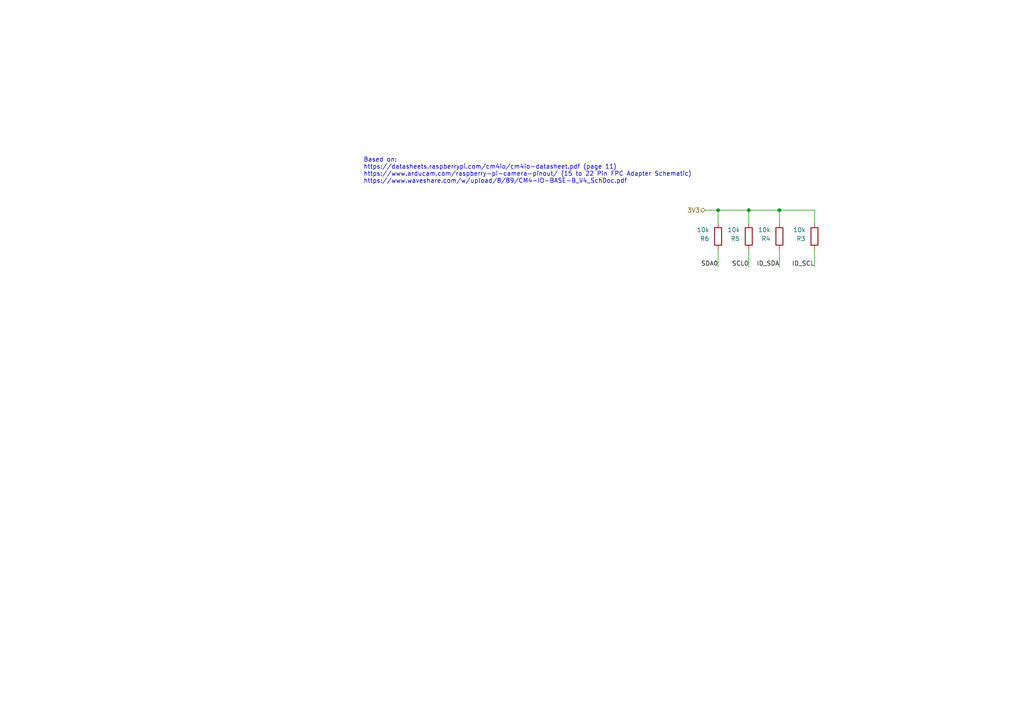
<source format=kicad_sch>
(kicad_sch (version 20230121) (generator eeschema)
  (paper "A4")
  (lib_symbols
    (symbol "Device:R" (pin_numbers hide) (pin_names (offset 0))
      (property "Reference" "R" (at 2.032 0 90))
      (property "Value" "R" (at 0 0 90))
      (symbol "R_0_1"
        (rectangle (start -1.016 -2.54) (end 1.016 2.54) (stroke (width 0.254)))
      )
      (symbol "R_1_1"
        (pin passive line (at 0 3.81 270) (length 1.27) (name "~") (number "1"))
        (pin passive line (at 0 -3.81 90) (length 1.27) (name "~") (number "2"))
      )
    )
  )
  (junction (at 208.28 60.96))
  (junction (at 217.17 60.96))
  (junction (at 226.06 60.96))
  (wire (pts (xy 236.22 77.47) (xy 236.22 72.39)))
  (wire (pts (xy 236.22 60.96) (xy 236.22 64.77)))
  (wire (pts (xy 226.06 60.96) (xy 226.06 64.77)))
  (wire (pts (xy 208.28 60.96) (xy 208.28 64.77)))
  (wire (pts (xy 208.28 60.96) (xy 217.17 60.96)))
  (wire (pts (xy 208.28 77.47) (xy 208.28 72.39)))
  (wire (pts (xy 204.47 60.96) (xy 208.28 60.96)))
  (wire (pts (xy 226.06 77.47) (xy 226.06 72.39)))
  (wire (pts (xy 217.17 60.96) (xy 226.06 60.96)))
  (wire (pts (xy 217.17 77.47) (xy 217.17 72.39)))
  (wire (pts (xy 226.06 60.96) (xy 236.22 60.96)))
  (wire (pts (xy 217.17 60.96) (xy 217.17 64.77)))
  (text "Based on: \nhttps://datasheets.raspberrypi.com/cm4io/cm4io-datasheet.pdf (page 11)\nhttps://www.arducam.com/raspberry-pi-camera-pinout/ (15 to 22 Pin FPC Adapter Schematic)\nhttps://www.waveshare.com/w/upload/8/89/CM4-IO-BASE-B_V4_SchDoc.pdf" (at 105.41 53.34 0) (effects (font (size 1.27 1.27)) (justify left bottom)))
  (label "ID_SCL" (at 236.22 77.47 180))
  (label "SDA0" (at 208.28 77.47 180))
  (label "ID_SDA" (at 226.06 77.47 180))
  (label "SCL0" (at 217.17 77.47 180))
  (hierarchical_label "3V3" (shape bidirectional) (at 204.47 60.96 180))
  (symbol (lib_id "Device:R") (at 217.17 68.58 180) (unit 1)
    (property "Reference" "R5" (at 214.63 69.215 0) (effects (justify left)))
    (property "Value" "10k" (at 214.63 66.675 0) (effects (justify left)))
  )
  (symbol (lib_id "Device:R") (at 208.28 68.58 180) (unit 1)
    (property "Reference" "R6" (at 205.74 69.215 0) (effects (justify left)))
    (property "Value" "10k" (at 205.74 66.675 0) (effects (justify left)))
  )
  (symbol (lib_id "Device:R") (at 226.06 68.58 180) (unit 1)
    (property "Reference" "R4" (at 223.52 69.215 0) (effects (justify left)))
    (property "Value" "10k" (at 223.52 66.675 0) (effects (justify left)))
  )
  (symbol (lib_id "Device:R") (at 236.22 68.58 180) (unit 1)
    (property "Reference" "R3" (at 233.68 69.215 0) (effects (justify left)))
    (property "Value" "10k" (at 233.68 66.675 0) (effects (justify left)))
  )
)
</source>
